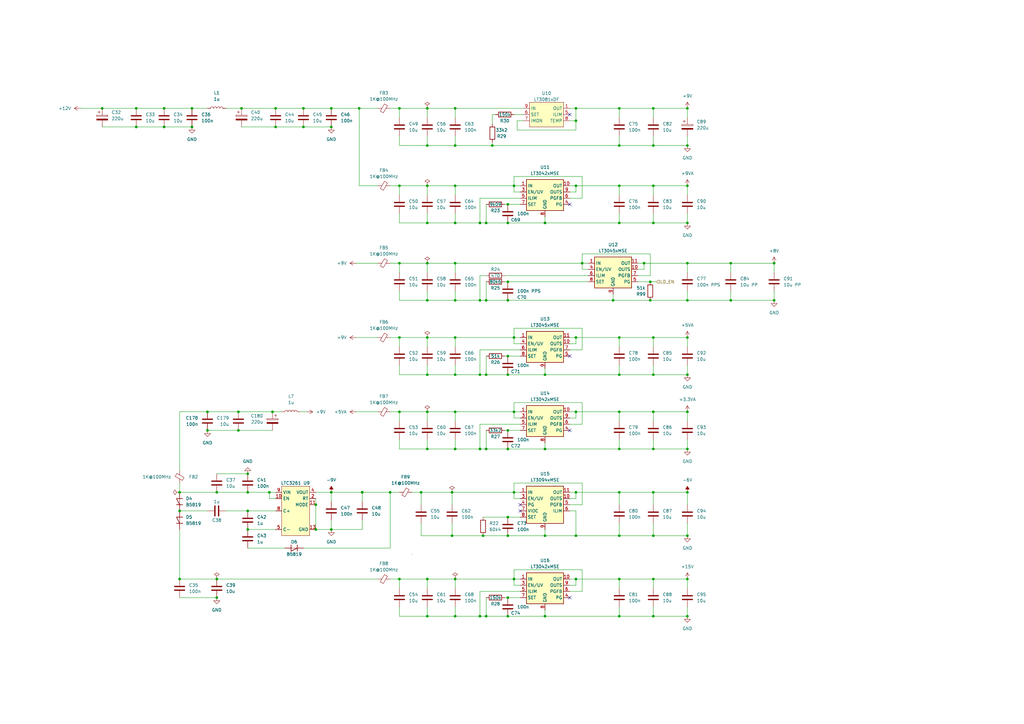
<source format=kicad_sch>
(kicad_sch (version 20211123) (generator eeschema)
  (paper "A3")
  (title_block (title "Kirdy") (date "2022-07-03") (rev "r0.1") (company "M-Labs") (comment 1 "Alex Wong Tat Hang"))
  (junction (at 175.26 237.49))
  (junction (at 223.52 184.15))
  (junction (at 236.22 76.2))
  (junction (at 238.76 107.95))
  (junction (at 210.82 201.93))
  (junction (at 78.74 44.45))
  (junction (at 210.82 76.2))
  (junction (at 236.22 168.91))
  (junction (at 185.42 219.71))
  (junction (at 101.6 217.17))
  (junction (at 254 184.15))
  (junction (at 208.28 245.11))
  (junction (at 185.42 201.93))
  (junction (at 208.28 176.53))
  (junction (at 135.89 217.17))
  (junction (at 147.32 44.45))
  (junction (at 210.82 138.43))
  (junction (at 254 91.44))
  (junction (at 266.7 115.57))
  (junction (at 148.556 201.93))
  (junction (at 236.22 49.53))
  (junction (at 208.28 252.73))
  (junction (at 196.85 184.15))
  (junction (at 266.7 123.19))
  (junction (at 88.9 237.49))
  (junction (at 199.39 252.73))
  (junction (at 186.69 138.43))
  (junction (at 208.28 184.15))
  (junction (at 78.74 52.07))
  (junction (at 254 44.45))
  (junction (at 267.97 76.2))
  (junction (at 199.39 153.67))
  (junction (at 254 237.49))
  (junction (at 111.76 168.91))
  (junction (at 163.83 76.2))
  (junction (at 317.5 107.95))
  (junction (at 99.06 44.45))
  (junction (at 67.31 52.07))
  (junction (at 175.26 59.69))
  (junction (at 267.97 201.93))
  (junction (at 113.03 52.07))
  (junction (at 175.26 153.67))
  (junction (at 175.26 91.44))
  (junction (at 41.91 44.45))
  (junction (at 281.94 138.43))
  (junction (at 267.97 138.43))
  (junction (at 175.26 107.95))
  (junction (at 85.09 168.91))
  (junction (at 196.85 91.44))
  (junction (at 199.39 123.19))
  (junction (at 267.97 252.73))
  (junction (at 281.94 237.49))
  (junction (at 186.69 252.73))
  (junction (at 208.28 123.19))
  (junction (at 254 219.71))
  (junction (at 97.79 168.91))
  (junction (at 148.59 201.93))
  (junction (at 223.52 153.67))
  (junction (at 223.52 91.44))
  (junction (at 236.22 44.45))
  (junction (at 101.6 209.55))
  (junction (at 281.94 76.2))
  (junction (at 281.94 201.93))
  (junction (at 281.94 168.91))
  (junction (at 186.69 107.95))
  (junction (at 317.5 123.19))
  (junction (at 281.94 44.45))
  (junction (at 186.69 237.49))
  (junction (at 186.69 184.15))
  (junction (at 163.83 168.91))
  (junction (at 236.22 219.71))
  (junction (at 254 168.91))
  (junction (at 281.94 252.73))
  (junction (at 251.46 123.19))
  (junction (at 186.69 76.2))
  (junction (at 198.12 219.71))
  (junction (at 281.94 184.15))
  (junction (at 267.97 44.45))
  (junction (at 135.89 201.93))
  (junction (at 186.69 91.44))
  (junction (at 267.97 168.91))
  (junction (at 175.26 168.91))
  (junction (at 281.94 219.71))
  (junction (at 160.02 201.93))
  (junction (at 186.69 59.69))
  (junction (at 208.28 83.82))
  (junction (at 135.89 52.07))
  (junction (at 236.22 201.93))
  (junction (at 113.03 44.45))
  (junction (at 254 153.67))
  (junction (at 254 138.43))
  (junction (at 210.82 168.91))
  (junction (at 281.94 91.44))
  (junction (at 254 59.69))
  (junction (at 267.97 184.15))
  (junction (at 299.72 123.19))
  (junction (at 254 76.2))
  (junction (at 101.6 201.93))
  (junction (at 163.83 138.43))
  (junction (at 186.69 123.19))
  (junction (at 175.26 252.73))
  (junction (at 135.89 44.45))
  (junction (at 196.85 123.19))
  (junction (at 208.28 91.44))
  (junction (at 172.72 201.93))
  (junction (at 208.28 153.67))
  (junction (at 73.66 209.55))
  (junction (at 201.93 59.69))
  (junction (at 267.97 237.49))
  (junction (at 208.28 212.09))
  (junction (at 196.85 252.73))
  (junction (at 124.46 52.07))
  (junction (at 175.26 184.15))
  (junction (at 163.83 107.95))
  (junction (at 186.69 153.67))
  (junction (at 88.9 201.93))
  (junction (at 254 201.93))
  (junction (at 85.09 176.53))
  (junction (at 110.49 201.93))
  (junction (at 208.28 115.57))
  (junction (at 264.16 107.95))
  (junction (at 267.97 219.71))
  (junction (at 208.28 146.05))
  (junction (at 223.52 252.73))
  (junction (at 73.66 201.93))
  (junction (at 175.26 123.19))
  (junction (at 281.94 59.69))
  (junction (at 97.79 176.53))
  (junction (at 267.97 59.69))
  (junction (at 55.88 52.07))
  (junction (at 236.22 237.49))
  (junction (at 281.94 153.67))
  (junction (at 223.52 219.71))
  (junction (at 208.28 219.71))
  (junction (at 299.72 107.95))
  (junction (at 175.26 76.2))
  (junction (at 175.26 138.43))
  (junction (at 163.83 44.45))
  (junction (at 199.39 184.15))
  (junction (at 101.6 194.31))
  (junction (at 88.9 245.11))
  (junction (at 267.97 91.44))
  (junction (at 281.94 123.19))
  (junction (at 175.26 44.45))
  (junction (at 210.82 237.49))
  (junction (at 254 252.73))
  (junction (at 73.66 237.49))
  (junction (at 163.83 237.49))
  (junction (at 186.69 168.91))
  (junction (at 129.54 207.01))
  (junction (at 67.31 44.45))
  (junction (at 267.97 153.67))
  (junction (at 124.46 44.45))
  (junction (at 55.88 44.45))
  (junction (at 186.69 44.45))
  (junction (at 281.94 107.95))
  (junction (at 129.54 217.17))
  (junction (at 236.22 138.43))
  (junction (at 199.39 91.44))
  (junction (at 196.85 153.67))
  (no_connect (at 233.68 176.53))
  (no_connect (at 233.68 245.11))
  (no_connect (at 233.68 46.99))
  (no_connect (at 213.36 209.55))
  (no_connect (at 213.36 207.01))
  (no_connect (at 233.68 83.82))
  (no_connect (at 233.68 146.05))
  (wire (pts (xy 88.9 201.93) (xy 101.6 201.93)))
  (wire (pts (xy 207.01 176.53) (xy 208.28 176.53)))
  (wire (pts (xy 267.97 214.63) (xy 267.97 219.71)))
  (wire (pts (xy 267.97 153.67) (xy 267.97 149.86)))
  (wire (pts (xy 196.85 81.28) (xy 196.85 91.44)))
  (wire (pts (xy 175.26 241.3) (xy 175.26 237.49)))
  (wire (pts (xy 160.02 237.49) (xy 163.83 237.49)))
  (wire (pts (xy 254 237.49) (xy 254 241.3)))
  (wire (pts (xy 233.68 140.97) (xy 236.22 140.97)))
  (wire (pts (xy 148.59 201.93) (xy 148.59 205.74)))
  (wire (pts (xy 281.94 252.73) (xy 281.94 248.92)))
  (wire (pts (xy 281.94 107.95) (xy 281.94 111.76)))
  (wire (pts (xy 135.89 213.36) (xy 135.89 217.17)))
  (wire (pts (xy 163.83 252.73) (xy 163.83 248.92)))
  (wire (pts (xy 208.28 176.53) (xy 213.36 176.53)))
  (wire (pts (xy 124.46 44.45) (xy 135.89 44.45)))
  (wire (pts (xy 135.89 217.17) (xy 129.54 217.17)))
  (wire (pts (xy 201.93 58.42) (xy 201.93 59.69)))
  (wire (pts (xy 196.85 91.44) (xy 199.39 91.44)))
  (wire (pts (xy 299.72 107.95) (xy 299.72 111.76)))
  (wire (pts (xy 267.97 252.73) (xy 281.94 252.73)))
  (wire (pts (xy 160.02 107.95) (xy 163.83 107.95)))
  (wire (pts (xy 186.69 172.72) (xy 186.69 168.91)))
  (wire (pts (xy 196.85 113.03) (xy 199.39 113.03)))
  (wire (pts (xy 236.22 219.71) (xy 223.52 219.71)))
  (wire (pts (xy 175.26 123.19) (xy 186.69 123.19)))
  (wire (pts (xy 175.26 252.73) (xy 175.26 248.92)))
  (wire (pts (xy 186.69 123.19) (xy 196.85 123.19)))
  (wire (pts (xy 185.42 219.71) (xy 198.12 219.71)))
  (wire (pts (xy 201.93 50.8) (xy 201.93 46.99)))
  (wire (pts (xy 267.97 153.67) (xy 281.94 153.67)))
  (wire (pts (xy 85.09 176.53) (xy 97.79 176.53)))
  (wire (pts (xy 207.01 115.57) (xy 208.28 115.57)))
  (wire (pts (xy 175.26 123.19) (xy 175.26 119.38)))
  (wire (pts (xy 210.82 76.2) (xy 213.36 76.2)))
  (wire (pts (xy 85.09 168.91) (xy 97.79 168.91)))
  (wire (pts (xy 163.83 59.69) (xy 175.26 59.69)))
  (wire (pts (xy 210.82 237.49) (xy 213.36 237.49)))
  (wire (pts (xy 254 219.71) (xy 254 214.63)))
  (wire (pts (xy 199.39 184.15) (xy 208.28 184.15)))
  (wire (pts (xy 129.54 201.93) (xy 135.89 201.93)))
  (wire (pts (xy 175.26 142.24) (xy 175.26 138.43)))
  (wire (pts (xy 199.39 252.73) (xy 208.28 252.73)))
  (wire (pts (xy 186.69 80.01) (xy 186.69 76.2)))
  (wire (pts (xy 199.39 245.11) (xy 199.39 252.73)))
  (wire (pts (xy 172.72 214.63) (xy 172.72 219.71)))
  (wire (pts (xy 92.71 209.55) (xy 101.6 209.55)))
  (wire (pts (xy 186.69 107.95) (xy 238.76 107.95)))
  (wire (pts (xy 208.28 184.15) (xy 223.52 184.15)))
  (wire (pts (xy 175.26 184.15) (xy 186.69 184.15)))
  (wire (pts (xy 208.28 91.44) (xy 223.52 91.44)))
  (wire (pts (xy 213.36 204.47) (xy 210.82 204.47)))
  (wire (pts (xy 135.89 44.45) (xy 147.32 44.45)))
  (wire (pts (xy 254 219.71) (xy 267.97 219.71)))
  (wire (pts (xy 208.28 115.57) (xy 241.3 115.57)))
  (wire (pts (xy 163.83 252.73) (xy 175.26 252.73)))
  (wire (pts (xy 185.42 201.93) (xy 210.82 201.93)))
  (wire (pts (xy 186.69 168.91) (xy 210.82 168.91)))
  (wire (pts (xy 199.39 115.57) (xy 199.39 123.19)))
  (wire (pts (xy 175.26 76.2) (xy 186.69 76.2)))
  (wire (pts (xy 186.69 91.44) (xy 186.69 87.63)))
  (wire (pts (xy 199.39 146.05) (xy 199.39 153.67)))
  (wire (pts (xy 254 153.67) (xy 254 149.86)))
  (wire (pts (xy 238.76 134.62) (xy 210.82 134.62)))
  (wire (pts (xy 199.39 153.67) (xy 208.28 153.67)))
  (wire (pts (xy 172.72 219.71) (xy 185.42 219.71)))
  (wire (pts (xy 223.52 91.44) (xy 254 91.44)))
  (wire (pts (xy 236.22 240.03) (xy 236.22 237.49)))
  (wire (pts (xy 101.6 224.79) (xy 116.84 224.79)))
  (wire (pts (xy 198.12 219.71) (xy 208.28 219.71)))
  (wire (pts (xy 254 184.15) (xy 254 180.34)))
  (wire (pts (xy 210.82 140.97) (xy 210.82 138.43)))
  (wire (pts (xy 55.88 52.07) (xy 67.31 52.07)))
  (wire (pts (xy 196.85 81.28) (xy 213.36 81.28)))
  (wire (pts (xy 148.556 201.93) (xy 148.59 201.93)))
  (wire (pts (xy 267.97 59.69) (xy 254 59.69)))
  (wire (pts (xy 212.09 49.53) (xy 214.63 49.53)))
  (wire (pts (xy 241.3 110.49) (xy 238.76 110.49)))
  (wire (pts (xy 281.94 107.95) (xy 299.72 107.95)))
  (wire (pts (xy 267.97 91.44) (xy 267.97 87.63)))
  (wire (pts (xy 223.52 250.19) (xy 223.52 252.73)))
  (wire (pts (xy 281.94 123.19) (xy 281.94 119.38)))
  (wire (pts (xy 254 201.93) (xy 267.97 201.93)))
  (wire (pts (xy 186.69 44.45) (xy 214.63 44.45)))
  (wire (pts (xy 196.85 173.99) (xy 213.36 173.99)))
  (wire (pts (xy 175.26 184.15) (xy 175.26 180.34)))
  (wire (pts (xy 261.62 113.03) (xy 266.7 113.03)))
  (wire (pts (xy 238.76 107.95) (xy 241.3 107.95)))
  (wire (pts (xy 186.69 241.3) (xy 186.69 237.49)))
  (wire (pts (xy 254 237.49) (xy 267.97 237.49)))
  (wire (pts (xy 146.05 168.91) (xy 154.94 168.91)))
  (wire (pts (xy 236.22 237.49) (xy 254 237.49)))
  (wire (pts (xy 210.82 201.93) (xy 213.36 201.93)))
  (wire (pts (xy 236.22 44.45) (xy 236.22 49.53)))
  (wire (pts (xy 207.01 245.11) (xy 208.28 245.11)))
  (wire (pts (xy 210.82 78.74) (xy 210.82 76.2)))
  (wire (pts (xy 196.85 252.73) (xy 199.39 252.73)))
  (wire (pts (xy 186.69 153.67) (xy 196.85 153.67)))
  (wire (pts (xy 236.22 219.71) (xy 254 219.71)))
  (wire (pts (xy 210.82 138.43) (xy 213.36 138.43)))
  (wire (pts (xy 73.66 198.12) (xy 73.66 201.93)))
  (wire (pts (xy 238.76 173.99) (xy 238.76 165.1)))
  (wire (pts (xy 175.26 172.72) (xy 175.26 168.91)))
  (wire (pts (xy 113.03 52.07) (xy 124.46 52.07)))
  (wire (pts (xy 73.66 237.49) (xy 73.66 217.17)))
  (wire (pts (xy 238.76 165.1) (xy 210.82 165.1)))
  (wire (pts (xy 208.28 123.19) (xy 251.46 123.19)))
  (wire (pts (xy 113.03 44.45) (xy 124.46 44.45)))
  (wire (pts (xy 281.94 76.2) (xy 281.94 80.01)))
  (wire (pts (xy 163.83 172.72) (xy 163.83 168.91)))
  (wire (pts (xy 281.94 184.15) (xy 281.94 180.34)))
  (wire (pts (xy 201.93 46.99) (xy 203.2 46.99)))
  (wire (pts (xy 266.7 104.14) (xy 238.76 104.14)))
  (wire (pts (xy 210.82 240.03) (xy 210.82 237.49)))
  (wire (pts (xy 281.94 168.91) (xy 281.94 172.72)))
  (wire (pts (xy 163.83 107.95) (xy 175.26 107.95)))
  (wire (pts (xy 233.68 143.51) (xy 238.76 143.51)))
  (wire (pts (xy 261.62 115.57) (xy 266.7 115.57)))
  (wire (pts (xy 254 48.26) (xy 254 44.45)))
  (wire (pts (xy 196.85 113.03) (xy 196.85 123.19)))
  (wire (pts (xy 236.22 201.93) (xy 254 201.93)))
  (wire (pts (xy 73.66 237.49) (xy 88.9 237.49)))
  (wire (pts (xy 175.26 168.91) (xy 186.69 168.91)))
  (wire (pts (xy 233.68 240.03) (xy 236.22 240.03)))
  (wire (pts (xy 201.93 59.69) (xy 254 59.69)))
  (wire (pts (xy 175.26 44.45) (xy 186.69 44.45)))
  (wire (pts (xy 160.02 44.45) (xy 163.83 44.45)))
  (wire (pts (xy 124.46 52.07) (xy 135.89 52.07)))
  (wire (pts (xy 236.22 138.43) (xy 254 138.43)))
  (wire (pts (xy 110.49 201.93) (xy 113.03 201.93)))
  (wire (pts (xy 233.68 173.99) (xy 238.76 173.99)))
  (wire (pts (xy 210.82 134.62) (xy 210.82 138.43)))
  (wire (pts (xy 267.97 76.2) (xy 267.97 80.01)))
  (wire (pts (xy 267.97 138.43) (xy 281.94 138.43)))
  (wire (pts (xy 254 44.45) (xy 267.97 44.45)))
  (wire (pts (xy 254 91.44) (xy 267.97 91.44)))
  (wire (pts (xy 299.72 123.19) (xy 299.72 119.38)))
  (wire (pts (xy 266.7 113.03) (xy 266.7 104.14)))
  (wire (pts (xy 223.52 151.13) (xy 223.52 153.67)))
  (wire (pts (xy 233.68 138.43) (xy 236.22 138.43)))
  (wire (pts (xy 163.83 59.69) (xy 163.83 55.88)))
  (wire (pts (xy 233.68 81.28) (xy 238.76 81.28)))
  (wire (pts (xy 196.85 153.67) (xy 199.39 153.67)))
  (wire (pts (xy 163.83 123.19) (xy 175.26 123.19)))
  (wire (pts (xy 223.52 181.61) (xy 223.52 184.15)))
  (wire (pts (xy 113.03 204.47) (xy 110.49 204.47)))
  (wire (pts (xy 73.66 245.11) (xy 88.9 245.11)))
  (wire (pts (xy 186.69 59.69) (xy 201.93 59.69)))
  (wire (pts (xy 186.69 153.67) (xy 186.69 149.86)))
  (wire (pts (xy 186.69 123.19) (xy 186.69 119.38)))
  (wire (pts (xy 233.68 76.2) (xy 236.22 76.2)))
  (wire (pts (xy 185.42 214.63) (xy 185.42 219.71)))
  (wire (pts (xy 208.28 252.73) (xy 223.52 252.73)))
  (wire (pts (xy 175.26 252.73) (xy 186.69 252.73)))
  (wire (pts (xy 168.91 201.93) (xy 172.72 201.93)))
  (wire (pts (xy 186.69 48.26) (xy 186.69 44.45)))
  (wire (pts (xy 135.89 201.93) (xy 148.556 201.93)))
  (wire (pts (xy 115.57 168.91) (xy 111.76 168.91)))
  (wire (pts (xy 123.19 168.91) (xy 125.73 168.91)))
  (wire (pts (xy 267.97 44.45) (xy 281.94 44.45)))
  (wire (pts (xy 199.39 176.53) (xy 199.39 184.15)))
  (wire (pts (xy 254 168.91) (xy 254 172.72)))
  (wire (pts (xy 254 201.93) (xy 254 207.01)))
  (wire (pts (xy 185.42 201.93) (xy 185.42 207.01)))
  (wire (pts (xy 135.89 201.93) (xy 135.89 205.74)))
  (wire (pts (xy 213.36 78.74) (xy 210.82 78.74)))
  (wire (pts (xy 267.97 48.26) (xy 267.97 44.45)))
  (wire (pts (xy 163.83 237.49) (xy 175.26 237.49)))
  (wire (pts (xy 196.85 143.51) (xy 213.36 143.51)))
  (wire (pts (xy 186.69 252.73) (xy 186.69 248.92)))
  (wire (pts (xy 175.26 153.67) (xy 175.26 149.86)))
  (wire (pts (xy 233.68 168.91) (xy 236.22 168.91)))
  (wire (pts (xy 212.09 49.53) (xy 212.09 53.34)))
  (wire (pts (xy 186.69 138.43) (xy 210.82 138.43)))
  (wire (pts (xy 266.7 115.57) (xy 269.24 115.57)))
  (wire (pts (xy 236.22 49.53) (xy 233.68 49.53)))
  (wire (pts (xy 281.94 123.19) (xy 299.72 123.19)))
  (wire (pts (xy 233.68 171.45) (xy 236.22 171.45)))
  (wire (pts (xy 254 91.44) (xy 254 87.63)))
  (wire (pts (xy 238.76 81.28) (xy 238.76 72.39)))
  (wire (pts (xy 213.36 240.03) (xy 210.82 240.03)))
  (wire (pts (xy 236.22 209.55) (xy 236.22 219.71)))
  (wire (pts (xy 163.83 80.01) (xy 163.83 76.2)))
  (wire (pts (xy 251.46 123.19) (xy 266.7 123.19)))
  (wire (pts (xy 254 153.67) (xy 267.97 153.67)))
  (wire (pts (xy 101.6 217.17) (xy 113.03 217.17)))
  (wire (pts (xy 163.83 241.3) (xy 163.83 237.49)))
  (wire (pts (xy 233.68 242.57) (xy 238.76 242.57)))
  (wire (pts (xy 236.22 168.91) (xy 254 168.91)))
  (wire (pts (xy 223.52 219.71) (xy 223.52 217.17)))
  (wire (pts (xy 160.02 224.79) (xy 160.02 201.93)))
  (wire (pts (xy 163.83 48.26) (xy 163.83 44.45)))
  (wire (pts (xy 236.22 53.34) (xy 236.22 49.53)))
  (wire (pts (xy 78.74 44.45) (xy 85.09 44.45)))
  (wire (pts (xy 267.97 201.93) (xy 281.94 201.93)))
  (wire (pts (xy 148.59 217.17) (xy 135.89 217.17)))
  (wire (pts (xy 92.71 44.45) (xy 99.06 44.45)))
  (wire (pts (xy 281.94 44.45) (xy 281.94 48.26)))
  (wire (pts (xy 175.26 48.26) (xy 175.26 44.45)))
  (wire (pts (xy 163.83 153.67) (xy 175.26 153.67)))
  (wire (pts (xy 175.26 153.67) (xy 186.69 153.67)))
  (wire (pts (xy 160.02 201.93) (xy 163.83 201.93)))
  (wire (pts (xy 267.97 237.49) (xy 281.94 237.49)))
  (wire (pts (xy 175.26 111.76) (xy 175.26 107.95)))
  (wire (pts (xy 110.49 204.47) (xy 110.49 201.93)))
  (wire (pts (xy 175.26 59.69) (xy 175.26 55.88)))
  (wire (pts (xy 210.82 168.91) (xy 213.36 168.91)))
  (wire (pts (xy 267.97 201.93) (xy 267.97 207.01)))
  (wire (pts (xy 198.12 212.09) (xy 208.28 212.09)))
  (wire (pts (xy 254 252.73) (xy 254 248.92)))
  (wire (pts (xy 233.68 78.74) (xy 236.22 78.74)))
  (wire (pts (xy 172.72 201.93) (xy 172.72 207.01)))
  (wire (pts (xy 238.76 110.49) (xy 238.76 107.95)))
  (wire (pts (xy 33.02 44.45) (xy 41.91 44.45)))
  (wire (pts (xy 238.76 72.39) (xy 210.82 72.39)))
  (wire (pts (xy 199.39 123.19) (xy 208.28 123.19)))
  (wire (pts (xy 254 252.73) (xy 267.97 252.73)))
  (wire (pts (xy 264.16 107.95) (xy 281.94 107.95)))
  (wire (pts (xy 236.22 140.97) (xy 236.22 138.43)))
  (wire (pts (xy 129.54 207.01) (xy 129.54 217.17)))
  (wire (pts (xy 267.97 252.73) (xy 267.97 248.92)))
  (wire (pts (xy 261.62 110.49) (xy 264.16 110.49)))
  (wire (pts (xy 41.91 44.45) (xy 55.88 44.45)))
  (wire (pts (xy 186.69 59.69) (xy 186.69 55.88)))
  (wire (pts (xy 163.83 76.2) (xy 175.26 76.2)))
  (wire (pts (xy 154.94 76.2) (xy 147.32 76.2)))
  (wire (pts (xy 254 55.88) (xy 254 59.69)))
  (wire (pts (xy 163.83 153.67) (xy 163.83 149.86)))
  (wire (pts (xy 299.72 123.19) (xy 317.5 123.19)))
  (wire (pts (xy 175.26 107.95) (xy 186.69 107.95)))
  (wire (pts (xy 196.85 242.57) (xy 196.85 252.73)))
  (wire (pts (xy 267.97 91.44) (xy 281.94 91.44)))
  (wire (pts (xy 73.66 209.55) (xy 85.09 209.55)))
  (wire (pts (xy 186.69 237.49) (xy 210.82 237.49)))
  (wire (pts (xy 101.6 201.93) (xy 110.49 201.93)))
  (wire (pts (xy 99.06 44.45) (xy 113.03 44.45)))
  (wire (pts (xy 186.69 184.15) (xy 186.69 180.34)))
  (wire (pts (xy 264.16 110.49) (xy 264.16 107.95)))
  (wire (pts (xy 73.66 168.91) (xy 73.66 193.04)))
  (wire (pts (xy 210.82 46.99) (xy 214.63 46.99)))
  (wire (pts (xy 147.32 44.45) (xy 147.32 76.2)))
  (wire (pts (xy 146.05 107.95) (xy 154.94 107.95)))
  (wire (pts (xy 175.26 91.44) (xy 186.69 91.44)))
  (wire (pts (xy 261.62 107.95) (xy 264.16 107.95)))
  (wire (pts (xy 210.82 72.39) (xy 210.82 76.2)))
  (wire (pts (xy 254 76.2) (xy 267.97 76.2)))
  (wire (pts (xy 233.68 237.49) (xy 236.22 237.49)))
  (wire (pts (xy 196.85 123.19) (xy 199.39 123.19)))
  (wire (pts (xy 238.76 198.12) (xy 210.82 198.12)))
  (wire (pts (xy 233.68 44.45) (xy 236.22 44.45)))
  (wire (pts (xy 146.05 138.43) (xy 154.94 138.43)))
  (wire (pts (xy 196.85 143.51) (xy 196.85 153.67)))
  (wire (pts (xy 281.94 91.44) (xy 281.94 87.63)))
  (wire (pts (xy 41.91 52.07) (xy 55.88 52.07)))
  (wire (pts (xy 196.85 173.99) (xy 196.85 184.15)))
  (wire (pts (xy 281.94 138.43) (xy 281.94 142.24)))
  (wire (pts (xy 281.94 153.67) (xy 281.94 149.86)))
  (wire (pts (xy 233.68 204.47) (xy 236.22 204.47)))
  (wire (pts (xy 199.39 91.44) (xy 208.28 91.44)))
  (wire (pts (xy 238.76 207.01) (xy 238.76 198.12)))
  (wire (pts (xy 163.83 168.91) (xy 175.26 168.91)))
  (wire (pts (xy 236.22 78.74) (xy 236.22 76.2)))
  (wire (pts (xy 207.01 146.05) (xy 208.28 146.05)))
  (wire (pts (xy 196.85 184.15) (xy 199.39 184.15)))
  (wire (pts (xy 212.09 53.34) (xy 236.22 53.34)))
  (wire (pts (xy 196.85 242.57) (xy 213.36 242.57)))
  (wire (pts (xy 208.28 153.67) (xy 223.52 153.67)))
  (wire (pts (xy 210.82 171.45) (xy 210.82 168.91)))
  (wire (pts (xy 186.69 76.2) (xy 210.82 76.2)))
  (wire (pts (xy 210.82 198.12) (xy 210.82 201.93)))
  (wire (pts (xy 147.32 44.45) (xy 154.94 44.45)))
  (wire (pts (xy 213.36 140.97) (xy 210.82 140.97)))
  (wire (pts (xy 238.76 242.57) (xy 238.76 233.68)))
  (wire (pts (xy 88.9 194.31) (xy 101.6 194.31)))
  (wire (pts (xy 317.5 123.19) (xy 317.5 119.38)))
  (wire (pts (xy 267.97 168.91) (xy 267.97 172.72)))
  (wire (pts (xy 267.97 76.2) (xy 281.94 76.2)))
  (wire (pts (xy 186.69 142.24) (xy 186.69 138.43)))
  (wire (pts (xy 281.94 55.88) (xy 281.94 59.69)))
  (wire (pts (xy 67.31 52.07) (xy 78.74 52.07)))
  (wire (pts (xy 210.82 204.47) (xy 210.82 201.93)))
  (wire (pts (xy 238.76 233.68) (xy 210.82 233.68)))
  (wire (pts (xy 254 138.43) (xy 267.97 138.43)))
  (wire (pts (xy 251.46 120.65) (xy 251.46 123.19)))
  (wire (pts (xy 267.97 219.71) (xy 281.94 219.71)))
  (wire (pts (xy 208.28 245.11) (xy 213.36 245.11)))
  (wire (pts (xy 223.52 88.9) (xy 223.52 91.44)))
  (wire (pts (xy 73.66 168.91) (xy 85.09 168.91)))
  (wire (pts (xy 267.97 237.49) (xy 267.97 241.3)))
  (wire (pts (xy 254 184.15) (xy 267.97 184.15)))
  (wire (pts (xy 236.22 171.45) (xy 236.22 168.91)))
  (wire (pts (xy 210.82 233.68) (xy 210.82 237.49)))
  (wire (pts (xy 163.83 111.76) (xy 163.83 107.95)))
  (wire (pts (xy 55.88 44.45) (xy 67.31 44.45)))
  (wire (pts (xy 199.39 83.82) (xy 199.39 91.44)))
  (wire (pts (xy 160.02 168.91) (xy 163.83 168.91)))
  (wire (pts (xy 124.46 224.79) (xy 160.02 224.79)))
  (wire (pts (xy 254 138.43) (xy 254 142.24)))
  (wire (pts (xy 208.28 212.09) (xy 213.36 212.09)))
  (wire (pts (xy 210.82 165.1) (xy 210.82 168.91)))
  (wire (pts (xy 299.72 107.95) (xy 317.5 107.95)))
  (wire (pts (xy 160.02 76.2) (xy 163.83 76.2)))
  (wire (pts (xy 163.83 123.19) (xy 163.83 119.38)))
  (wire (pts (xy 67.31 44.45) (xy 78.74 44.45)))
  (wire (pts (xy 175.26 59.69) (xy 186.69 59.69)))
  (wire (pts (xy 163.83 184.15) (xy 175.26 184.15)))
  (wire (pts (xy 208.28 146.05) (xy 213.36 146.05)))
  (wire (pts (xy 175.26 237.49) (xy 186.69 237.49)))
  (wire (pts (xy 254 168.91) (xy 267.97 168.91)))
  (wire (pts (xy 111.76 168.91) (xy 97.79 168.91)))
  (wire (pts (xy 186.69 111.76) (xy 186.69 107.95)))
  (wire (pts (xy 160.02 201.93) (xy 148.59 201.93)))
  (wire (pts (xy 172.72 201.93) (xy 185.42 201.93)))
  (wire (pts (xy 175.26 91.44) (xy 175.26 87.63)))
  (wire (pts (xy 281.94 201.93) (xy 281.94 207.01)))
  (wire (pts (xy 99.06 52.07) (xy 113.03 52.07)))
  (wire (pts (xy 101.6 209.55) (xy 113.03 209.55)))
  (wire (pts (xy 223.52 153.67) (xy 254 153.67)))
  (wire (pts (xy 238.76 143.51) (xy 238.76 134.62)))
  (wire (pts (xy 73.66 201.93) (xy 88.9 201.93)))
  (wire (pts (xy 175.26 138.43) (xy 186.69 138.43)))
  (wire (pts (xy 267.97 168.91) (xy 281.94 168.91)))
  (wire (pts (xy 233.68 207.01) (xy 238.76 207.01)))
  (wire (pts (xy 163.83 91.44) (xy 175.26 91.44)))
  (wire (pts (xy 236.22 76.2) (xy 254 76.2)))
  (wire (pts (xy 236.22 204.47) (xy 236.22 201.93)))
  (wire (pts (xy 236.22 44.45) (xy 254 44.45)))
  (wire (pts (xy 160.02 138.43) (xy 163.83 138.43)))
  (wire (pts (xy 208.28 219.71) (xy 223.52 219.71)))
  (wire (pts (xy 236.22 209.55) (xy 233.68 209.55)))
  (wire (pts (xy 111.76 176.53) (xy 97.79 176.53)))
  (wire (pts (xy 186.69 184.15) (xy 196.85 184.15)))
  (wire (pts (xy 267.97 184.15) (xy 267.97 180.34)))
  (wire (pts (xy 207.01 83.82) (xy 208.28 83.82)))
  (wire (pts (xy 267.97 138.43) (xy 267.97 142.24)))
  (wire (pts (xy 213.36 171.45) (xy 210.82 171.45)))
  (wire (pts (xy 233.68 201.93) (xy 236.22 201.93)))
  (wire (pts (xy 254 76.2) (xy 254 80.01)))
  (wire (pts (xy 266.7 123.19) (xy 281.94 123.19)))
  (wire (pts (xy 163.83 44.45) (xy 175.26 44.45)))
  (wire (pts (xy 223.52 184.15) (xy 254 184.15)))
  (wire (pts (xy 163.83 138.43) (xy 175.26 138.43)))
  (wire (pts (xy 208.28 83.82) (xy 213.36 83.82)))
  (wire (pts (xy 186.69 91.44) (xy 196.85 91.44)))
  (wire (pts (xy 163.83 91.44) (xy 163.83 87.63)))
  (wire (pts (xy 317.5 107.95) (xy 317.5 111.76)))
  (wire (pts (xy 281.94 237.49) (xy 281.94 241.3)))
  (wire (pts (xy 148.59 213.36) (xy 148.59 217.17)))
  (wire (pts (xy 267.97 55.88) (xy 267.97 59.69)))
  (wire (pts (xy 129.54 204.47) (xy 129.54 207.01)))
  (wire (pts (xy 267.97 59.69) (xy 281.94 59.69)))
  (wire (pts (xy 223.52 252.73) (xy 254 252.73)))
  (wire (pts (xy 186.69 252.73) (xy 196.85 252.73)))
  (wire (pts (xy 267.97 184.15) (xy 281.94 184.15)))
  (wire (pts (xy 238.76 104.14) (xy 238.76 107.95)))
  (wire (pts (xy 281.94 214.63) (xy 281.94 219.71)))
  (wire (pts (xy 175.26 80.01) (xy 175.26 76.2)))
  (wire (pts (xy 163.83 184.15) (xy 163.83 180.34)))
  (wire (pts (xy 88.9 237.49) (xy 154.94 237.49)))
  (wire (pts (xy 207.01 113.03) (xy 241.3 113.03)))
  (wire (pts (xy 163.83 142.24) (xy 163.83 138.43)))
  (hierarchical_label "LD_EN" (shape input) (at 269.24 115.57 0))
  (symbol (lib_id "Device:R") (at 198.12 215.9 0) (unit 1)
    (property "Reference" "R22" (at 200.66 214.6299 0) (effects (justify left)))
    (property "Value" "60k4" (at 200.66 217.1699 0) (effects (justify left)))
    (property "Footprint" "Resistor_SMD:R_0603_1608Metric" (effects hide))
    (property "MFR_PN" "RT0603FRE0760K4L" (effects hide))
    (property "MFR_PN_ALT" "RC0603FR-0760K4L" (effects hide))
  )
  (symbol (lib_id "Device:C") (at 85.09 172.72 0) (mirror y) (unit 1)
    (property "Reference" "C178" (at 81.28 171.4499 0) (effects (justify left)))
    (property "Value" "100n" (at 81.28 173.9899 0) (effects (justify left)))
    (property "Footprint" "Capacitor_SMD:C_0603_1608Metric" (effects hide))
    (property "MFR_PN" "CL10B104KB8NNWC" (effects hide))
    (property "MFR_PN_ALT" "CL10B104KB8NNNL" (effects hide))
  )
  (symbol (lib_id "Device:C") (at 254 83.82 0) (unit 1)
    (property "Reference" "C76" (at 257.81 82.5499 0) (effects (justify left)))
    (property "Value" "100n" (at 257.81 85.0899 0) (effects (justify left)))
    (property "Footprint" "Capacitor_SMD:C_0603_1608Metric" (effects hide))
    (property "MFR_PN" "CL10B104KB8NNWC" (effects hide))
    (property "MFR_PN_ALT" "CL10B104KB8NNNL" (effects hide))
  )
  (symbol (lib_id "power:+5VA") (at 281.94 138.43 0) (unit 1)
    (property "Reference" "#PWR074" (effects hide))
    (property "Value" "+5VA" (at 281.94 133.35 0))
  )
  (symbol (lib_id "Device:C") (at 101.6 213.36 0) (unit 1)
    (property "Reference" "C42" (at 105.41 212.0899 0) (effects (justify left)))
    (property "Value" "1u" (at 105.41 214.6299 0) (effects (justify left)))
    (property "Footprint" "Capacitor_SMD:C_0603_1608Metric" (effects hide))
    (property "MFR_PN" "CL10B105KA8NNNC" (effects hide))
    (property "MFR_PN_ALT" "CGA3E1X7R1E105K080AC" (effects hide))
  )
  (symbol (lib_id "power:PWR_FLAG") (at 175.26 76.2 0) (unit 1)
    (property "Reference" "#FLG0106" (effects hide))
    (property "Value" "PWR_FLAG" (effects hide))
  )
  (symbol (lib_id "Device:C") (at 148.59 209.55 0) (unit 1)
    (property "Reference" "C48" (at 152.4 208.2799 0) (effects (justify left)))
    (property "Value" "10u" (at 152.4 210.8199 0) (effects (justify left)))
    (property "Footprint" "Capacitor_SMD:C_0805_2012Metric" (effects hide))
    (property "MFR_PN" "CL21B106KOQNNNG" (effects hide))
    (property "MFR_PN_ALT" "CL21B106KOQNNNE" (effects hide))
  )
  (symbol (lib_id "Device:R") (at 203.2 83.82 90) (unit 1)
    (property "Reference" "R23" (at 203.2 86.36 90))
    (property "Value" "9k09" (at 203.2 83.82 90))
    (property "Footprint" "Resistor_SMD:R_0603_1608Metric" (effects hide))
    (property "MFR_PN" "CR0603-FX-9091ELF" (effects hide))
    (property "MFR_PN_ALT" "RK73H1JTTD9091F" (effects hide))
  )
  (symbol (lib_id "Device:R") (at 203.2 245.11 90) (unit 1)
    (property "Reference" "R28" (at 203.2 247.65 90))
    (property "Value" "150k" (at 203.2 245.11 90))
    (property "Footprint" "Resistor_SMD:R_0603_1608Metric" (effects hide))
    (property "MFR_PN" "CRGCQ0603F150K" (effects hide))
    (property "MFR_PN_ALT" "RMCF0603FG150K" (effects hide))
  )
  (symbol (lib_id "Device:C") (at 281.94 210.82 0) (unit 1)
    (property "Reference" "C94" (at 285.75 209.5499 0) (effects (justify left)))
    (property "Value" "10u" (at 285.75 212.0899 0) (effects (justify left)))
    (property "Footprint" "Capacitor_SMD:C_0805_2012Metric" (effects hide))
    (property "MFR_PN" "CL21B106KOQNNNG" (effects hide))
    (property "MFR_PN_ALT" "CL21B106KOQNNNE" (effects hide))
  )
  (symbol (lib_id "Device:C") (at 186.69 83.82 0) (unit 1)
    (property "Reference" "C64" (at 190.5 82.5499 0) (effects (justify left)))
    (property "Value" "100n" (at 190.5 85.0899 0) (effects (justify left)))
    (property "Footprint" "Capacitor_SMD:C_0603_1608Metric" (effects hide))
    (property "MFR_PN" "CL10B104KB8NNWC" (effects hide))
    (property "MFR_PN_ALT" "CL10B104KB8NNNL" (effects hide))
  )
  (symbol (lib_id "Device:C") (at 113.03 48.26 0) (unit 1)
    (property "Reference" "C44" (at 116.84 46.9899 0) (effects (justify left)))
    (property "Value" "10u" (at 116.84 49.5299 0) (effects (justify left)))
    (property "Footprint" "Capacitor_SMD:C_0805_2012Metric" (effects hide))
    (property "MFR_PN" "CL21B106KOQNNNG" (effects hide))
    (property "MFR_PN_ALT" "CL21B106KOQNNNE" (effects hide))
  )
  (symbol (lib_id "power:PWR_FLAG") (at 175.26 107.95 0) (unit 1)
    (property "Reference" "#FLG0108" (effects hide))
    (property "Value" "PWR_FLAG" (effects hide))
  )
  (symbol (lib_id "Device:R") (at 266.7 119.38 180) (unit 1)
    (property "Reference" "R99" (at 262.89 120.65 0))
    (property "Value" "51k" (at 262.89 118.11 0))
    (property "Footprint" "Resistor_SMD:R_0603_1608Metric" (effects hide))
    (property "MFR_PN" "RMCF0603FT51K0" (effects hide))
    (property "MFR_PN_ALT" "CR0603-FX-5102ELF" (effects hide))
  )
  (symbol (lib_id "Device:FerriteBead_Small") (at 73.66 195.58 180) (unit 1)
    (property "Reference" "FB2" (at 77.47 195.58 0) (effects (justify right)))
    (property "Value" "1K@100MHz" (at 58.42 195.58 0) (effects (justify right)))
    (property "Footprint" "Inductor_SMD:L_1210_3225Metric" (effects hide))
    (property "MFR_PN" "FBMH3225HM102NT" (effects hide))
    (property "MFR_PN_ALT" "FBMH3225HM102NTV" (effects hide))
  )
  (symbol (lib_id "Device:C") (at 208.28 180.34 0) (unit 1)
    (property "Reference" "C72" (at 209.55 182.88 0) (effects (justify left)))
    (property "Value" "100n" (at 212.09 180.34 0) (effects (justify left)))
    (property "Footprint" "Capacitor_SMD:C_0603_1608Metric" (effects hide))
    (property "MFR_PN" "CL10B104KB8NNWC" (effects hide))
    (property "MFR_PN_ALT" "CL10B104KB8NNNL" (effects hide))
  )
  (symbol (lib_id "Device:C") (at 186.69 115.57 0) (unit 1)
    (property "Reference" "C65" (at 190.5 114.2999 0) (effects (justify left)))
    (property "Value" "100n" (at 190.5 116.8399 0) (effects (justify left)))
    (property "Footprint" "Capacitor_SMD:C_0603_1608Metric" (effects hide))
    (property "MFR_PN" "CL10B104KB8NNWC" (effects hide))
    (property "MFR_PN_ALT" "CL10B104KB8NNNL" (effects hide))
  )
  (symbol (lib_id "Device:C") (at 175.26 176.53 0) (unit 1)
    (property "Reference" "C60" (at 179.07 175.2599 0) (effects (justify left)))
    (property "Value" "10u" (at 179.07 177.7999 0) (effects (justify left)))
    (property "Footprint" "Capacitor_SMD:C_0805_2012Metric" (effects hide))
    (property "MFR_PN" "CL21B106KOQNNNG" (effects hide))
    (property "MFR_PN_ALT" "CL21B106KOQNNNE" (effects hide))
  )
  (symbol (lib_id "Device:C") (at 254 52.07 0) (unit 1)
    (property "Reference" "C75" (at 257.81 50.7999 0) (effects (justify left)))
    (property "Value" "100n" (at 257.81 53.3399 0) (effects (justify left)))
    (property "Footprint" "Capacitor_SMD:C_0603_1608Metric" (effects hide))
    (property "MFR_PN" "CL10B104KB8NNWC" (effects hide))
    (property "MFR_PN_ALT" "CL10B104KB8NNNL" (effects hide))
  )
  (symbol (lib_id "power:GND") (at 317.5 123.19 0) (unit 1)
    (property "Reference" "#PWR073" (effects hide))
    (property "Value" "GND" (at 317.5 128.27 0))
  )
  (symbol (lib_id "Device:C") (at 267.97 210.82 0) (unit 1)
    (property "Reference" "C87" (at 271.78 209.5499 0) (effects (justify left)))
    (property "Value" "10u" (at 271.78 212.0899 0) (effects (justify left)))
    (property "Footprint" "Capacitor_SMD:C_0805_2012Metric" (effects hide))
    (property "MFR_PN" "CL21B106KOQNNNG" (effects hide))
    (property "MFR_PN_ALT" "CL21B106KOQNNNE" (effects hide))
  )
  (symbol (lib_id "Device:C") (at 175.26 245.11 0) (unit 1)
    (property "Reference" "C61" (at 179.07 243.8399 0) (effects (justify left)))
    (property "Value" "10u" (at 179.07 246.3799 0) (effects (justify left)))
    (property "Footprint" "Capacitor_SMD:C_0805_2012Metric" (effects hide))
    (property "MFR_PN" "CL21B106KOQNNNG" (effects hide))
    (property "MFR_PN_ALT" "CL21B106KOQNNNE" (effects hide))
  )
  (symbol (lib_id "Device:C") (at 186.69 245.11 0) (unit 1)
    (property "Reference" "C68" (at 190.5 243.8399 0) (effects (justify left)))
    (property "Value" "100n" (at 190.5 246.3799 0) (effects (justify left)))
    (property "Footprint" "Capacitor_SMD:C_0603_1608Metric" (effects hide))
    (property "MFR_PN" "CL10B104KB8NNWC" (effects hide))
    (property "MFR_PN_ALT" "CL10B104KB8NNNL" (effects hide))
  )
  (symbol (lib_id "Device:R") (at 203.2 146.05 90) (unit 1)
    (property "Reference" "R26" (at 203.2 148.59 90))
    (property "Value" "51k" (at 203.2 146.05 90))
    (property "Footprint" "Resistor_SMD:R_0603_1608Metric" (effects hide))
    (property "MFR_PN" "RMCF0603FT51K0" (effects hide))
    (property "MFR_PN_ALT" "CR0603-FX-5102ELF" (effects hide))
  )
  (symbol (lib_id "Device:C") (at 175.26 52.07 0) (unit 1)
    (property "Reference" "C56" (at 179.07 50.7999 0) (effects (justify left)))
    (property "Value" "10u" (at 179.07 53.3399 0) (effects (justify left)))
    (property "Footprint" "Capacitor_SMD:C_0805_2012Metric" (effects hide))
    (property "MFR_PN" "CL21B106KOQNNNG" (effects hide))
    (property "MFR_PN_ALT" "CL21B106KOQNNNE" (effects hide))
  )
  (symbol (lib_id "Device:L") (at 88.9 44.45 90) (unit 1)
    (property "Reference" "L1" (at 88.9 38.1 90))
    (property "Value" "1u" (at 88.9 40.64 90))
    (property "Footprint" "Inductor_SMD:L_1008_2520Metric" (effects hide))
    (property "MFR_PN" "DFE252012F-1R0M=P2" (effects hide))
    (property "MFR_PN_ALT" "DFE252012P-1R0M=P2" (effects hide))
  )
  (symbol (lib_id "Device:D_Shockley") (at 73.66 213.36 90) (unit 1)
    (property "Reference" "D5" (at 76.2 212.0899 90) (effects (justify right)))
    (property "Value" "B5819" (at 76.2 214.6299 90) (effects (justify right)))
    (property "Footprint" "Diode_SMD:D_SOD-323" (effects hide))
    (property "MFR_PN" "B5819WS-TP" (effects hide))
  )
  (symbol (lib_id "Device:C_Polarized") (at 281.94 52.07 0) (unit 1)
    (property "Reference" "C89" (at 285.75 49.9109 0) (effects (justify left)))
    (property "Value" "220u" (at 285.75 52.4509 0) (effects (justify left)))
    (property "Footprint" "Capacitor_Tantalum_SMD:CP_EIA-7343-15_Kemet-W" (effects hide))
    (property "MFR_PN" "T491D227K016AT" (effects hide))
    (property "MFR_PN_ALT" "293D227X9016E2TE3" (effects hide))
  )
  (symbol (lib_id "power:-9V") (at 135.89 201.93 0) (unit 1)
    (property "Reference" "#PWR063" (effects hide))
    (property "Value" "-9V" (at 135.89 196.85 0))
  )
  (symbol (lib_id "Device:FerriteBead_Small") (at 157.48 107.95 90) (unit 1)
    (property "Reference" "FB5" (at 157.4419 101.6 90))
    (property "Value" "1K@100MHz" (at 157.4419 104.14 90))
    (property "Footprint" "Inductor_SMD:L_1210_3225Metric" (effects hide))
    (property "MFR_PN" "FBMH3225HM102NT" (effects hide))
    (property "MFR_PN_ALT" "FBMH3225HM102NTV" (effects hide))
  )
  (symbol (lib_id "Device:C") (at 254 210.82 0) (unit 1)
    (property "Reference" "C80" (at 257.81 209.5499 0) (effects (justify left)))
    (property "Value" "100n" (at 257.81 212.0899 0) (effects (justify left)))
    (property "Footprint" "Capacitor_SMD:C_0603_1608Metric" (effects hide))
    (property "MFR_PN" "CL10B104KB8NNWC" (effects hide))
    (property "MFR_PN_ALT" "CL10B104KB8NNNL" (effects hide))
  )
  (symbol (lib_id "power:PWR_FLAG") (at 175.26 138.43 0) (unit 1)
    (property "Reference" "#FLG0109" (effects hide))
    (property "Value" "PWR_FLAG" (effects hide))
  )
  (symbol (lib_id "power:GND") (at 281.94 91.44 0) (unit 1)
    (property "Reference" "#PWR071" (effects hide))
    (property "Value" "GND" (at 281.94 96.52 0))
  )
  (symbol (lib_id "power:+9V") (at 281.94 44.45 0) (unit 1)
    (property "Reference" "#PWR068" (effects hide))
    (property "Value" "+9V" (at 281.94 39.37 0))
  )
  (symbol (lib_id "power:PWR_FLAG") (at 185.42 201.93 0) (unit 1)
    (property "Reference" "#FLG0102" (effects hide))
    (property "Value" "PWR_FLAG" (effects hide))
  )
  (symbol (lib_id "Device:FerriteBead_Small") (at 166.37 201.93 90) (unit 1)
    (property "Reference" "FB9" (at 166.3319 195.58 90))
    (property "Value" "1K@100MHz" (at 166.3319 198.12 90))
    (property "Footprint" "Inductor_SMD:L_1210_3225Metric" (effects hide))
    (property "MFR_PN" "FBMH3225HM102NT" (effects hide))
    (property "MFR_PN_ALT" "FBMH3225HM102NTV" (effects hide))
  )
  (symbol (lib_id "Device:C") (at 208.28 119.38 0) (unit 1)
    (property "Reference" "C70" (at 212.09 121.92 0) (effects (justify left)))
    (property "Value" "100n PPS" (at 212.09 119.38 0) (effects (justify left)))
    (property "Footprint" "Capacitor_SMD:C_1210_3225Metric" (effects hide))
    (property "MFR_PN" "ECH-U1C104JX5" (effects hide))
  )
  (symbol (lib_id "Device:C") (at 281.94 245.11 0) (unit 1)
    (property "Reference" "C95" (at 285.75 243.8399 0) (effects (justify left)))
    (property "Value" "10u" (at 285.75 246.3799 0) (effects (justify left)))
    (property "Footprint" "Capacitor_SMD:C_0805_2012Metric" (effects hide))
    (property "MFR_PN" "CL21B106KOQNNNG" (effects hide))
    (property "MFR_PN_ALT" "CL21B106KOQNNNE" (effects hide))
  )
  (symbol (lib_id "Device:C") (at 135.89 48.26 0) (unit 1)
    (property "Reference" "C46" (at 139.7 46.9899 0) (effects (justify left)))
    (property "Value" "100n" (at 139.7 49.5299 0) (effects (justify left)))
    (property "Footprint" "Capacitor_SMD:C_0603_1608Metric" (effects hide))
    (property "MFR_PN" "CL10B104KB8NNWC" (effects hide))
    (property "MFR_PN_ALT" "CL10B104KB8NNNL" (effects hide))
  )
  (symbol (lib_id "Device:C") (at 281.94 115.57 0) (unit 1)
    (property "Reference" "C77" (at 285.75 114.2999 0) (effects (justify left)))
    (property "Value" "100n PPS" (at 285.75 116.8399 0) (effects (justify left)))
    (property "Footprint" "Capacitor_SMD:C_1210_3225Metric" (effects hide))
    (property "MFR_PN" "ECH-U1C104JX5" (effects hide))
  )
  (symbol (lib_id "Device:C") (at 88.9 198.12 0) (unit 1)
    (property "Reference" "C37" (at 92.71 196.8499 0) (effects (justify left)))
    (property "Value" "10u" (at 92.71 199.3899 0) (effects (justify left)))
    (property "Footprint" "Capacitor_SMD:C_0805_2012Metric" (effects hide))
    (property "MFR_PN" "CL21B106KOQNNNG" (effects hide))
    (property "MFR_PN_ALT" "CL21B106KOQNNNE" (effects hide))
  )
  (symbol (lib_id "Regulator_Linear:LT3042xMSE") (at 223.52 78.74 0) (unit 1)
    (property "Reference" "U11" (at 223.52 68.58 0))
    (property "Value" "LT3042xMSE" (at 223.52 71.12 0))
    (property "Footprint" "Package_SO:MSOP-10-1EP_3x3mm_P0.5mm_EP1.68x1.88mm" (effects hide))
    (property "Datasheet" "https://www.analog.com/media/en/technical-documentation/data-sheets/3042fb.pdf" (effects hide))
    (property "MFR_PN" "LT3042IMSE#PBF" (effects hide))
    (property "MFR_PN_ALT" "LT3042IMSE#TRPBF" (effects hide))
  )
  (symbol (lib_id "Device:C") (at 88.9 209.55 90) (unit 1)
    (property "Reference" "C38" (at 88.9 213.36 90))
    (property "Value" "1u" (at 88.9 205.74 90))
    (property "Footprint" "Capacitor_SMD:C_0603_1608Metric" (effects hide))
    (property "MFR_PN" "CL10B105KA8NNNC" (effects hide))
    (property "MFR_PN_ALT" "CGA3E1X7R1E105K080AC" (effects hide))
  )
  (symbol (lib_id "Device:C") (at 267.97 52.07 0) (unit 1)
    (property "Reference" "C82" (at 271.78 50.7999 0) (effects (justify left)))
    (property "Value" "10u" (at 271.78 53.3399 0) (effects (justify left)))
    (property "Footprint" "Capacitor_SMD:C_0805_2012Metric" (effects hide))
    (property "MFR_PN" "CL21B106KOQNNNG" (effects hide))
    (property "MFR_PN_ALT" "CL21B106KOQNNNE" (effects hide))
  )
  (symbol (lib_id "Device:C") (at 101.6 220.98 0) (unit 1)
    (property "Reference" "C43" (at 105.41 219.7099 0) (effects (justify left)))
    (property "Value" "1u" (at 105.41 222.2499 0) (effects (justify left)))
    (property "Footprint" "Capacitor_SMD:C_0603_1608Metric" (effects hide))
    (property "MFR_PN" "CL10B105KA8NNNC" (effects hide))
    (property "MFR_PN_ALT" "CGA3E1X7R1E105K080AC" (effects hide))
  )
  (symbol (lib_id "Device:C_Polarized") (at 111.76 172.72 0) (mirror y) (unit 1)
    (property "Reference" "C180" (at 107.95 170.5609 0) (effects (justify left)))
    (property "Value" "220u" (at 107.95 173.1009 0) (effects (justify left)))
    (property "Footprint" "Capacitor_Tantalum_SMD:CP_EIA-7343-15_Kemet-W" (effects hide))
    (property "MFR_PN" "T491D227K016AT" (effects hide))
    (property "MFR_PN_ALT" "293D227X9016E2TE3" (effects hide))
  )
  (symbol (lib_id "Device:C") (at 254 245.11 0) (unit 1)
    (property "Reference" "C81" (at 257.81 243.8399 0) (effects (justify left)))
    (property "Value" "100n" (at 257.81 246.3799 0) (effects (justify left)))
    (property "Footprint" "Capacitor_SMD:C_0603_1608Metric" (effects hide))
    (property "MFR_PN" "CL10B104KB8NNWC" (effects hide))
    (property "MFR_PN_ALT" "CL10B104KB8NNNL" (effects hide))
  )
  (symbol (lib_id "Device:C") (at 88.9 241.3 0) (unit 1)
    (property "Reference" "C39" (at 92.71 240.0299 0) (effects (justify left)))
    (property "Value" "10u" (at 92.71 242.5699 0) (effects (justify left)))
    (property "Footprint" "Capacitor_SMD:C_0805_2012Metric" (effects hide))
    (property "MFR_PN" "CL21B106KOQNNNG" (effects hide))
    (property "MFR_PN_ALT" "CL21B106KOQNNNE" (effects hide))
  )
  (symbol (lib_id "Device:C") (at 67.31 48.26 0) (unit 1)
    (property "Reference" "C34" (at 71.12 46.9899 0) (effects (justify left)))
    (property "Value" "10u" (at 71.12 49.5299 0) (effects (justify left)))
    (property "Footprint" "Capacitor_SMD:C_0805_2012Metric" (effects hide))
    (property "MFR_PN" "CL21B106KOQNNNG" (effects hide))
    (property "MFR_PN_ALT" "CL21B106KOQNNNE" (effects hide))
  )
  (symbol (lib_id "Device:C") (at 208.28 149.86 0) (unit 1)
    (property "Reference" "C71" (at 209.55 152.4 0) (effects (justify left)))
    (property "Value" "100n" (at 212.09 149.86 0) (effects (justify left)))
    (property "Footprint" "Capacitor_SMD:C_0603_1608Metric" (effects hide))
    (property "MFR_PN" "CL10B104KB8NNWC" (effects hide))
    (property "MFR_PN_ALT" "CL10B104KB8NNNL" (effects hide))
  )
  (symbol (lib_id "Device:C") (at 281.94 176.53 0) (unit 1)
    (property "Reference" "C93" (at 285.75 175.2599 0) (effects (justify left)))
    (property "Value" "10u" (at 285.75 177.7999 0) (effects (justify left)))
    (property "Footprint" "Capacitor_SMD:C_0805_2012Metric" (effects hide))
    (property "MFR_PN" "CL21B106KOQNNNG" (effects hide))
    (property "MFR_PN_ALT" "CL21B106KOQNNNE" (effects hide))
  )
  (symbol (lib_id "Device:C") (at 172.72 210.82 0) (unit 1)
    (property "Reference" "C55" (at 176.53 209.5499 0) (effects (justify left)))
    (property "Value" "10u" (at 176.53 212.0899 0) (effects (justify left)))
    (property "Footprint" "Capacitor_SMD:C_0805_2012Metric" (effects hide))
    (property "MFR_PN" "CL21B106KOQNNNG" (effects hide))
    (property "MFR_PN_ALT" "CL21B106KOQNNNE" (effects hide))
  )
  (symbol (lib_id "Device:FerriteBead_Small") (at 157.48 168.91 90) (unit 1)
    (property "Reference" "FB7" (at 157.4419 162.56 90))
    (property "Value" "1K@100MHz" (at 157.4419 165.1 90))
    (property "Footprint" "Inductor_SMD:L_1210_3225Metric" (effects hide))
    (property "MFR_PN" "FBMH3225HM102NT" (effects hide))
    (property "MFR_PN_ALT" "FBMH3225HM102NTV" (effects hide))
  )
  (symbol (lib_id "Device:C_Polarized") (at 99.06 48.26 0) (unit 1)
    (property "Reference" "C40" (at 102.87 46.1009 0) (effects (justify left)))
    (property "Value" "220u" (at 102.87 48.6409 0) (effects (justify left)))
    (property "Footprint" "Capacitor_Tantalum_SMD:CP_EIA-7343-15_Kemet-W" (effects hide))
    (property "MFR_PN" "T491D227K016AT" (effects hide))
    (property "MFR_PN_ALT" "293D227X9016E2TE3" (effects hide))
  )
  (symbol (lib_id "Device:C") (at 267.97 176.53 0) (unit 1)
    (property "Reference" "C86" (at 271.78 175.2599 0) (effects (justify left)))
    (property "Value" "10u" (at 271.78 177.7999 0) (effects (justify left)))
    (property "Footprint" "Capacitor_SMD:C_0805_2012Metric" (effects hide))
    (property "MFR_PN" "CL21B106KOQNNNG" (effects hide))
    (property "MFR_PN_ALT" "CL21B106KOQNNNE" (effects hide))
  )
  (symbol (lib_id "Device:C") (at 97.79 172.72 0) (mirror y) (unit 1)
    (property "Reference" "C179" (at 93.98 171.4499 0) (effects (justify left)))
    (property "Value" "10u" (at 93.98 173.9899 0) (effects (justify left)))
    (property "Footprint" "Capacitor_SMD:C_0805_2012Metric" (effects hide))
    (property "MFR_PN" "CL21B106KOQNNNG" (effects hide))
    (property "MFR_PN_ALT" "CL21B106KOQNNNE" (effects hide))
  )
  (symbol (lib_id "Device:C") (at 281.94 83.82 0) (unit 1)
    (property "Reference" "C90" (at 285.75 82.5499 0) (effects (justify left)))
    (property "Value" "10u" (at 285.75 85.0899 0) (effects (justify left)))
    (property "Footprint" "Capacitor_SMD:C_0805_2012Metric" (effects hide))
    (property "MFR_PN" "CL21B106KOQNNNG" (effects hide))
    (property "MFR_PN_ALT" "CL21B106KOQNNNE" (effects hide))
  )
  (symbol (lib_id "Device:FerriteBead_Small") (at 157.48 138.43 90) (unit 1)
    (property "Reference" "FB6" (at 157.4419 132.08 90))
    (property "Value" "1K@100MHz" (at 157.4419 134.62 90))
    (property "Footprint" "Inductor_SMD:L_1210_3225Metric" (effects hide))
    (property "MFR_PN" "FBMH3225HM102NT" (effects hide))
    (property "MFR_PN_ALT" "FBMH3225HM102NTV" (effects hide))
  )
  (symbol (lib_id "power:+9VA") (at 281.94 76.2 0) (unit 1)
    (property "Reference" "#PWR070" (effects hide))
    (property "Value" "+9VA" (at 281.94 71.12 0))
  )
  (symbol (lib_id "Device:C") (at 163.83 176.53 0) (unit 1)
    (property "Reference" "C53" (at 167.64 175.2599 0) (effects (justify left)))
    (property "Value" "10u" (at 167.64 177.7999 0) (effects (justify left)))
    (property "Footprint" "Capacitor_SMD:C_0805_2012Metric" (effects hide))
    (property "MFR_PN" "CL21B106KOQNNNG" (effects hide))
    (property "MFR_PN_ALT" "CL21B106KOQNNNE" (effects hide))
  )
  (symbol (lib_id "Device:L") (at 119.38 168.91 270) (mirror x) (unit 1)
    (property "Reference" "L7" (at 119.38 162.56 90))
    (property "Value" "1u" (at 119.38 165.1 90))
    (property "Footprint" "Inductor_SMD:L_1008_2520Metric" (effects hide))
    (property "MFR_PN" "DFE252012F-1R0M=P2" (effects hide))
    (property "MFR_PN_ALT" "DFE252012P-1R0M=P2" (effects hide))
  )
  (symbol (lib_id "Device:C") (at 254 176.53 0) (unit 1)
    (property "Reference" "C79" (at 257.81 175.2599 0) (effects (justify left)))
    (property "Value" "100n" (at 257.81 177.7999 0) (effects (justify left)))
    (property "Footprint" "Capacitor_SMD:C_0603_1608Metric" (effects hide))
    (property "MFR_PN" "CL10B104KB8NNWC" (effects hide))
    (property "MFR_PN_ALT" "CL10B104KB8NNNL" (effects hide))
  )
  (symbol (lib_id "power:GND") (at 281.94 219.71 0) (unit 1)
    (property "Reference" "#PWR079" (effects hide))
    (property "Value" "GND" (at 281.94 224.79 0))
  )
  (symbol (lib_id "Device:C") (at 208.28 87.63 0) (unit 1)
    (property "Reference" "C69" (at 209.55 90.17 0) (effects (justify left)))
    (property "Value" "100n" (at 212.09 87.63 0) (effects (justify left)))
    (property "Footprint" "Capacitor_SMD:C_0603_1608Metric" (effects hide))
    (property "MFR_PN" "CL10B104KB8NNWC" (effects hide))
    (property "MFR_PN_ALT" "CL10B104KB8NNNL" (effects hide))
  )
  (symbol (lib_id "Device:C") (at 267.97 83.82 0) (unit 1)
    (property "Reference" "C83" (at 271.78 82.5499 0) (effects (justify left)))
    (property "Value" "10u" (at 271.78 85.0899 0) (effects (justify left)))
    (property "Footprint" "Capacitor_SMD:C_0805_2012Metric" (effects hide))
    (property "MFR_PN" "CL21B106KOQNNNG" (effects hide))
    (property "MFR_PN_ALT" "CL21B106KOQNNNE" (effects hide))
  )
  (symbol (lib_id "Device:R") (at 207.01 46.99 90) (unit 1)
    (property "Reference" "R30" (at 207.01 49.53 90))
    (property "Value" "150k" (at 207.01 46.99 90))
    (property "Footprint" "Resistor_SMD:R_0603_1608Metric" (effects hide))
    (property "MFR_PN" "CRGCQ0603F150K" (effects hide))
    (property "MFR_PN_ALT" "RMCF0603FG150K" (effects hide))
  )
  (symbol (lib_id "power:PWR_FLAG") (at 186.69 237.49 0) (unit 1)
    (property "Reference" "#FLG0101" (effects hide))
    (property "Value" "PWR_FLAG" (effects hide))
  )
  (symbol (lib_id "Device:R") (at 203.2 113.03 90) (unit 1)
    (property "Reference" "R24" (at 203.2 110.49 90))
    (property "Value" "470" (at 203.2 113.03 90))
    (property "Footprint" "Resistor_SMD:R_0603_1608Metric" (effects hide))
    (property "MFR_PN" "WR06X4700FTL" (effects hide))
    (property "MFR_PN_ALT" "RC0603FR-07470RL" (effects hide))
  )
  (symbol (lib_id "power:GND") (at 281.94 252.73 0) (unit 1)
    (property "Reference" "#PWR081" (effects hide))
    (property "Value" "GND" (at 281.94 257.81 0))
  )
  (symbol (lib_id "Device:C") (at 163.83 146.05 0) (unit 1)
    (property "Reference" "C52" (at 167.64 144.7799 0) (effects (justify left)))
    (property "Value" "10u" (at 167.64 147.3199 0) (effects (justify left)))
    (property "Footprint" "Capacitor_SMD:C_0805_2012Metric" (effects hide))
    (property "MFR_PN" "CL21B106KOQNNNG" (effects hide))
    (property "MFR_PN_ALT" "CL21B106KOQNNNE" (effects hide))
  )
  (symbol (lib_id "power:PWR_FLAG") (at 88.9 237.49 0) (unit 1)
    (property "Reference" "#FLG0104" (effects hide))
    (property "Value" "PWR_FLAG" (effects hide))
  )
  (symbol (lib_id "Device:C") (at 175.26 146.05 0) (unit 1)
    (property "Reference" "C59" (at 179.07 144.7799 0) (effects (justify left)))
    (property "Value" "10u" (at 179.07 147.3199 0) (effects (justify left)))
    (property "Footprint" "Capacitor_SMD:C_0805_2012Metric" (effects hide))
    (property "MFR_PN" "CL21B106KOQNNNG" (effects hide))
    (property "MFR_PN_ALT" "CL21B106KOQNNNE" (effects hide))
  )
  (symbol (lib_id "power:GND") (at 281.94 184.15 0) (unit 1)
    (property "Reference" "#PWR077" (effects hide))
    (property "Value" "GND" (at 281.94 189.23 0))
  )
  (symbol (lib_id "Device:C") (at 186.69 146.05 0) (unit 1)
    (property "Reference" "C66" (at 190.5 144.7799 0) (effects (justify left)))
    (property "Value" "100n" (at 190.5 147.3199 0) (effects (justify left)))
    (property "Footprint" "Capacitor_SMD:C_0603_1608Metric" (effects hide))
    (property "MFR_PN" "CL10B104KB8NNWC" (effects hide))
    (property "MFR_PN_ALT" "CL10B104KB8NNNL" (effects hide))
  )
  (symbol (lib_id "Device:C") (at 299.72 115.57 0) (unit 1)
    (property "Reference" "C84" (at 303.53 114.2999 0) (effects (justify left)))
    (property "Value" "10u PP" (at 303.53 116.8399 0) (effects (justify left)))
    (property "Footprint" "Capacitor_SMD:C_1812_4532Metric" (effects hide))
    (property "MFR_PN" "16MU106MC44532" (effects hide))
  )
  (symbol (lib_id "Device:C") (at 186.69 176.53 0) (unit 1)
    (property "Reference" "C67" (at 190.5 175.2599 0) (effects (justify left)))
    (property "Value" "100n" (at 190.5 177.7999 0) (effects (justify left)))
    (property "Footprint" "Capacitor_SMD:C_0603_1608Metric" (effects hide))
    (property "MFR_PN" "CL10B104KB8NNWC" (effects hide))
    (property "MFR_PN_ALT" "CL10B104KB8NNNL" (effects hide))
  )
  (symbol (lib_id "power:+9V") (at 125.73 168.91 270) (unit 1)
    (property "Reference" "#PWR058" (effects hide))
    (property "Value" "+9V" (at 129.54 168.9099 90) (effects (justify left)))
  )
  (symbol (lib_id "Device:FerriteBead_Small") (at 157.48 237.49 90) (unit 1)
    (property "Reference" "FB8" (at 157.4419 231.14 90))
    (property "Value" "1K@100MHz" (at 157.4419 233.68 90))
    (property "Footprint" "Inductor_SMD:L_1210_3225Metric" (effects hide))
    (property "MFR_PN" "FBMH3225HM102NT" (effects hide))
    (property "MFR_PN_ALT" "FBMH3225HM102NTV" (effects hide))
  )
  (symbol (lib_id "power:+5VA") (at 146.05 168.91 90) (unit 1)
    (property "Reference" "#PWR067" (effects hide))
    (property "Value" "+5VA" (at 142.24 168.9099 90) (effects (justify left)))
  )
  (symbol (lib_id "power:PWR_FLAG") (at 175.26 168.91 0) (unit 1)
    (property "Reference" "#FLG0103" (effects hide))
    (property "Value" "PWR_FLAG" (effects hide))
  )
  (symbol (lib_id "power:PWR_FLAG") (at 73.66 201.93 90) (unit 1)
    (property "Reference" "#FLG0105" (effects hide))
    (property "Value" "PWR_FLAG" (effects hide))
  )
  (symbol (lib_id "kirdy:LTC3261") (at 120.65 208.28 0) (unit 1)
    (property "Reference" "U9" (at 125.73 198.12 0))
    (property "Value" "LTC3261" (at 119.38 198.12 0))
    (property "Footprint" "Package_SO:MSOP-12-1EP_3x4mm_P0.65mm_EP1.65x2.85mm" (effects hide))
    (property "Datasheet" "https://www.analog.com/media/en/technical-documentation/data-sheets/3261fb.pdf" (effects hide))
    (property "MFR_PN" "LTC3261IMSE#TRPBF" (effects hide))
    (property "MFR_PN_ALT" "LTC3261EMSE#TRPBF" (effects hide))
  )
  (symbol (lib_id "Device:R") (at 203.2 115.57 90) (unit 1)
    (property "Reference" "R25" (at 203.2 118.11 90))
    (property "Value" "80k6" (at 203.2 115.57 90))
    (property "Footprint" "Resistor_SMD:R_0603_1608Metric" (effects hide))
    (property "MFR_PN" "RC0603FR-0780K6L" (effects hide))
    (property "MFR_PN_ALT" "RK73H1JTTD8062F" (effects hide))
  )
  (symbol (lib_id "power:PWR_FLAG") (at 175.26 44.45 0) (unit 1)
    (property "Reference" "#FLG0107" (effects hide))
    (property "Value" "PWR_FLAG" (effects hide))
  )
  (symbol (lib_id "Device:C") (at 124.46 48.26 0) (unit 1)
    (property "Reference" "C45" (at 128.27 46.9899 0) (effects (justify left)))
    (property "Value" "10u" (at 128.27 49.5299 0) (effects (justify left)))
    (property "Footprint" "Capacitor_SMD:C_0805_2012Metric" (effects hide))
    (property "MFR_PN" "CL21B106KOQNNNG" (effects hide))
    (property "MFR_PN_ALT" "CL21B106KOQNNNE" (effects hide))
  )
  (symbol (lib_id "Device:C") (at 208.28 248.92 0) (unit 1)
    (property "Reference" "C74" (at 209.55 251.46 0) (effects (justify left)))
    (property "Value" "100n" (at 212.09 248.92 0) (effects (justify left)))
    (property "Footprint" "Capacitor_SMD:C_0603_1608Metric" (effects hide))
    (property "MFR_PN" "CL10B104KB8NNWC" (effects hide))
    (property "MFR_PN_ALT" "CL10B104KB8NNNL" (effects hide))
  )
  (symbol (lib_id "Device:FerriteBead_Small") (at 157.48 44.45 90) (unit 1)
    (property "Reference" "FB3" (at 157.4419 38.1 90))
    (property "Value" "1K@100MHz" (at 157.4419 40.64 90))
    (property "Footprint" "Inductor_SMD:L_1210_3225Metric" (effects hide))
    (property "MFR_PN" "FBMH3225HM102NT" (effects hide))
    (property "MFR_PN_ALT" "FBMH3225HM102NTV" (effects hide))
  )
  (symbol (lib_id "Device:C") (at 163.83 52.07 0) (unit 1)
    (property "Reference" "C49" (at 167.64 50.7999 0) (effects (justify left)))
    (property "Value" "10u" (at 167.64 53.3399 0) (effects (justify left)))
    (property "Footprint" "Capacitor_SMD:C_0805_2012Metric" (effects hide))
    (property "MFR_PN" "CL21B106KOQNNNG" (effects hide))
    (property "MFR_PN_ALT" "CL21B106KOQNNNE" (effects hide))
  )
  (symbol (lib_id "power:+15V") (at 281.94 237.49 0) (unit 1)
    (property "Reference" "#PWR080" (effects hide))
    (property "Value" "+15V" (at 281.94 232.41 0))
  )
  (symbol (lib_id "power:GND") (at 281.94 59.69 0) (unit 1)
    (property "Reference" "#PWR069" (effects hide))
    (property "Value" "GND" (at 281.94 64.77 0))
  )
  (symbol (lib_id "Device:C") (at 185.42 210.82 0) (unit 1)
    (property "Reference" "C62" (at 189.23 209.5499 0) (effects (justify left)))
    (property "Value" "100n" (at 189.23 212.0899 0) (effects (justify left)))
    (property "Footprint" "Capacitor_SMD:C_0603_1608Metric" (effects hide))
    (property "MFR_PN" "CL10B104KB8NNWC" (effects hide))
    (property "MFR_PN_ALT" "CL10B104KB8NNNL" (effects hide))
  )
  (symbol (lib_id "Regulator_Linear:LT3042xMSE") (at 223.52 171.45 0) (unit 1)
    (property "Reference" "U14" (at 223.52 161.29 0))
    (property "Value" "LT3042xMSE" (at 223.52 163.83 0))
    (property "Footprint" "Package_SO:MSOP-10-1EP_3x3mm_P0.5mm_EP1.68x1.88mm" (effects hide))
    (property "Datasheet" "https://www.analog.com/media/en/technical-documentation/data-sheets/3042fb.pdf" (effects hide))
    (property "MFR_PN" "LT3042IMSE#PBF" (effects hide))
    (property "MFR_PN_ALT" "LT3042IMSE#TRPBF" (effects hide))
  )
  (symbol (lib_id "Regulator_Linear:LT3045xMSE") (at 251.46 110.49 0) (unit 1)
    (property "Reference" "U12" (at 251.46 100.33 0))
    (property "Value" "LT3045xMSE" (at 251.46 102.87 0))
    (property "Footprint" "Package_SO:MSOP-12-1EP_3x4mm_P0.65mm_EP1.65x2.85mm" (effects hide))
    (property "Datasheet" "https://www.analog.com/media/en/technical-documentation/data-sheets/3045fa.pdf" (effects hide))
    (property "MFR_PN" "LT3045EMSE-1#PBF" (effects hide))
    (property "MFR_PN_ALT" "LT3045IMSE-1#PBF" (effects hide))
  )
  (symbol (lib_id "Device:C") (at 175.26 83.82 0) (unit 1)
    (property "Reference" "C57" (at 179.07 82.5499 0) (effects (justify left)))
    (property "Value" "10u" (at 179.07 85.0899 0) (effects (justify left)))
    (property "Footprint" "Capacitor_SMD:C_0805_2012Metric" (effects hide))
    (property "MFR_PN" "CL21B106KOQNNNG" (effects hide))
    (property "MFR_PN_ALT" "CL21B106KOQNNNE" (effects hide))
  )
  (symbol (lib_id "Device:R") (at 201.93 54.61 180) (unit 1)
    (property "Reference" "R29" (at 205.74 55.88 0))
    (property "Value" "33k2" (at 205.74 53.34 0))
    (property "Footprint" "Resistor_SMD:R_0603_1608Metric" (effects hide))
    (property "MFR_PN" "CR0603-FX-3322ELF" (effects hide))
    (property "MFR_PN_ALT" "RC0603FR-0733K2L" (effects hide))
  )
  (symbol (lib_id "Regulator_Linear:LT3042xMSE") (at 223.52 240.03 0) (unit 1)
    (property "Reference" "U16" (at 223.52 229.87 0))
    (property "Value" "LT3042xMSE" (at 223.52 232.41 0))
    (property "Footprint" "Package_SO:MSOP-10-1EP_3x3mm_P0.5mm_EP1.68x1.88mm" (effects hide))
    (property "Datasheet" "https://www.analog.com/media/en/technical-documentation/data-sheets/3042fb.pdf" (effects hide))
    (property "MFR_PN" "LT3042IMSE#PBF" (effects hide))
    (property "MFR_PN_ALT" "LT3042IMSE#TRPBF" (effects hide))
  )
  (symbol (lib_id "Device:FerriteBead_Small") (at 157.48 76.2 90) (unit 1)
    (property "Reference" "FB4" (at 157.4419 69.85 90))
    (property "Value" "1K@100MHz" (at 157.4419 72.39 90))
    (property "Footprint" "Inductor_SMD:L_1210_3225Metric" (effects hide))
    (property "MFR_PN" "FBMH3225HM102NT" (effects hide))
    (property "MFR_PN_ALT" "FBMH3225HM102NTV" (effects hide))
  )
  (symbol (lib_id "power:GND") (at 135.89 217.17 0) (unit 1)
    (property "Reference" "#PWR0160" (effects hide))
    (property "Value" "GND" (at 135.89 222.25 0))
  )
  (symbol (lib_id "Device:C") (at 55.88 48.26 0) (unit 1)
    (property "Reference" "C33" (at 59.69 46.9899 0) (effects (justify left)))
    (property "Value" "10u" (at 59.69 49.5299 0) (effects (justify left)))
    (property "Footprint" "Capacitor_SMD:C_0805_2012Metric" (effects hide))
    (property "MFR_PN" "CL21B106KOQNNNG" (effects hide))
    (property "MFR_PN_ALT" "CL21B106KOQNNNE" (effects hide))
  )
  (symbol (lib_id "kirdy:LT3081xDF") (at 223.52 46.99 0) (unit 1)
    (property "Reference" "U10" (at 224.155 38.261 0))
    (property "Value" "LT3081xDF" (at 224.155 40.7979 0))
    (property "Footprint" "Package_DFN_QFN:DFN-12-1EP_4x4mm_P0.5mm_EP2.66x3.38mm" (effects hide))
    (property "MFR_PN" "LT3081EDF" (effects hide))
  )
  (symbol (lib_id "Device:R") (at 203.2 176.53 90) (unit 1)
    (property "Reference" "R27" (at 203.2 179.07 90))
    (property "Value" "33k2" (at 203.2 176.53 90))
    (property "Footprint" "Resistor_SMD:R_0603_1608Metric" (effects hide))
    (property "MFR_PN" "CR0603-FX-3322ELF" (effects hide))
    (property "MFR_PN_ALT" "RC0603FR-0733K2L" (effects hide))
  )
  (symbol (lib_id "power:GND") (at 85.09 176.53 0) (mirror y) (unit 1)
    (property "Reference" "#PWR0164" (effects hide))
    (property "Value" "GND" (at 85.09 181.61 0))
  )
  (symbol (lib_id "power:GND") (at 101.6 194.31 180) (unit 1)
    (property "Reference" "#PWR061" (effects hide))
    (property "Value" "GND" (at 101.6 189.23 0))
  )
  (symbol (lib_id "Device:C") (at 163.83 83.82 0) (unit 1)
    (property "Reference" "C50" (at 167.64 82.5499 0) (effects (justify left)))
    (property "Value" "10u" (at 167.64 85.0899 0) (effects (justify left)))
    (property "Footprint" "Capacitor_SMD:C_0805_2012Metric" (effects hide))
    (property "MFR_PN" "CL21B106KOQNNNG" (effects hide))
    (property "MFR_PN_ALT" "CL21B106KOQNNNE" (effects hide))
  )
  (symbol (lib_id "Device:C") (at 73.66 241.3 0) (unit 1)
    (property "Reference" "C35" (at 77.47 240.0299 0) (effects (justify left)))
    (property "Value" "100n" (at 77.47 242.5699 0) (effects (justify left)))
    (property "Footprint" "Capacitor_SMD:C_0603_1608Metric" (effects hide))
    (property "MFR_PN" "CL10B104KB8NNWC" (effects hide))
    (property "MFR_PN_ALT" "CL10B104KB8NNNL" (effects hide))
  )
  (symbol (lib_id "Device:C") (at 101.6 198.12 0) (unit 1)
    (property "Reference" "C41" (at 105.41 196.8499 0) (effects (justify left)))
    (property "Value" "100n" (at 105.41 199.3899 0) (effects (justify left)))
    (property "Footprint" "Capacitor_SMD:C_0603_1608Metric" (effects hide))
    (property "MFR_PN" "CL10B104KB8NNWC" (effects hide))
    (property "MFR_PN_ALT" "CL10B104KB8NNNL" (effects hide))
  )
  (symbol (lib_id "Regulator_Linear:LT3094xMSE") (at 223.52 207.01 0) (unit 1)
    (property "Reference" "U15" (at 223.52 194.31 0))
    (property "Value" "LT3094xMSE" (at 223.52 196.85 0))
    (property "Footprint" "Package_SO:MSOP-12-1EP_3x4mm_P0.65mm_EP1.65x2.85mm" (effects hide))
    (property "Datasheet" "https://www.analog.com/media/en/technical-documentation/data-sheets/LT3094.pdf" (effects hide))
    (property "MFR_PN" "LT3094IMSE#PBF" (effects hide))
    (property "MFR_PN_ALT" "LT3094EMSE#PBF" (effects hide))
  )
  (symbol (lib_id "power:+9V") (at 146.05 107.95 90) (unit 1)
    (property "Reference" "#PWR065" (effects hide))
    (property "Value" "+9V" (at 142.24 107.9499 90) (effects (justify left)))
  )
  (symbol (lib_id "power:GND") (at 78.74 52.07 0) (unit 1)
    (property "Reference" "#PWR059" (effects hide))
    (property "Value" "GND" (at 78.74 57.15 0))
  )
  (symbol (lib_id "Device:C") (at 267.97 245.11 0) (unit 1)
    (property "Reference" "C88" (at 271.78 243.8399 0) (effects (justify left)))
    (property "Value" "10u" (at 271.78 246.3799 0) (effects (justify left)))
    (property "Footprint" "Capacitor_SMD:C_0805_2012Metric" (effects hide))
    (property "MFR_PN" "CL21B106KOQNNNG" (effects hide))
    (property "MFR_PN_ALT" "CL21B106KOQNNNE" (effects hide))
  )
  (symbol (lib_id "power:GND") (at 135.89 52.07 0) (unit 1)
    (property "Reference" "#PWR062" (effects hide))
    (property "Value" "GND" (at 135.89 57.15 0))
  )
  (symbol (lib_id "Device:D_Shockley") (at 120.65 224.79 180) (unit 1)
    (property "Reference" "D6" (at 120.65 222.25 0))
    (property "Value" "B5819" (at 120.65 227.33 0))
    (property "Footprint" "Diode_SMD:D_SOD-323" (effects hide))
    (property "MFR_PN" "B5819WS-TP" (effects hide))
  )
  (symbol (lib_id "Device:C") (at 135.89 209.55 0) (unit 1)
    (property "Reference" "C47" (at 139.7 208.2799 0) (effects (justify left)))
    (property "Value" "100n" (at 139.7 210.8199 0) (effects (justify left)))
    (property "Footprint" "Capacitor_SMD:C_0603_1608Metric" (effects hide))
    (property "MFR_PN" "CL10B104KB8NNWC" (effects hide))
    (property "MFR_PN_ALT" "CL10B104KB8NNNL" (effects hide))
  )
  (symbol (lib_id "Device:C") (at 163.83 115.57 0) (unit 1)
    (property "Reference" "C51" (at 167.64 114.2999 0) (effects (justify left)))
    (property "Value" "10u" (at 167.64 116.8399 0) (effects (justify left)))
    (property "Footprint" "Capacitor_SMD:C_0805_2012Metric" (effects hide))
    (property "MFR_PN" "CL21B106KOQNNNG" (effects hide))
    (property "MFR_PN_ALT" "CL21B106KOQNNNE" (effects hide))
  )
  (symbol (lib_id "Device:D_Shockley") (at 73.66 205.74 90) (unit 1)
    (property "Reference" "D4" (at 76.2 204.4699 90) (effects (justify right)))
    (property "Value" "B5819" (at 76.2 207.0099 90) (effects (justify right)))
    (property "Footprint" "Diode_SMD:D_SOD-323" (effects hide))
    (property "MFR_PN" "B5819WS-TP" (effects hide))
  )
  (symbol (lib_id "power:GND") (at 88.9 245.11 0) (unit 1)
    (property "Reference" "#PWR060" (effects hide))
    (property "Value" "GND" (at 88.9 250.19 0))
  )
  (symbol (lib_id "Regulator_Linear:LT3045xMSE") (at 223.52 140.97 0) (unit 1)
    (property "Reference" "U13" (at 223.52 130.81 0))
    (property "Value" "LT3045xMSE" (at 223.52 133.35 0))
    (property "Footprint" "Package_SO:MSOP-12-1EP_3x4mm_P0.65mm_EP1.65x2.85mm" (effects hide))
    (property "Datasheet" "https://www.analog.com/media/en/technical-documentation/data-sheets/3045fa.pdf" (effects hide))
    (property "MFR_PN" "LT3045EMSE-1#PBF" (effects hide))
    (property "MFR_PN_ALT" "LT3045IMSE-1#PBF" (effects hide))
  )
  (symbol (lib_id "power:+12V") (at 33.02 44.45 90) (unit 1)
    (property "Reference" "#PWR057" (effects hide))
    (property "Value" "+12V" (at 29.21 44.4499 90) (effects (justify left)))
  )
  (symbol (lib_id "Device:C") (at 163.83 245.11 0) (unit 1)
    (property "Reference" "C54" (at 167.64 243.8399 0) (effects (justify left)))
    (property "Value" "10u" (at 167.64 246.3799 0) (effects (justify left)))
    (property "Footprint" "Capacitor_SMD:C_0805_2012Metric" (effects hide))
    (property "MFR_PN" "CL21B106KOQNNNG" (effects hide))
    (property "MFR_PN_ALT" "CL21B106KOQNNNE" (effects hide))
  )
  (symbol (lib_id "Device:C") (at 254 146.05 0) (unit 1)
    (property "Reference" "C78" (at 257.81 144.7799 0) (effects (justify left)))
    (property "Value" "100n" (at 257.81 147.3199 0) (effects (justify left)))
    (property "Footprint" "Capacitor_SMD:C_0603_1608Metric" (effects hide))
    (property "MFR_PN" "CL10B104KB8NNWC" (effects hide))
    (property "MFR_PN_ALT" "CL10B104KB8NNNL" (effects hide))
  )
  (symbol (lib_id "Device:C_Polarized") (at 41.91 48.26 0) (unit 1)
    (property "Reference" "C32" (at 45.72 46.1009 0) (effects (justify left)))
    (property "Value" "220u" (at 45.72 48.6409 0) (effects (justify left)))
    (property "Footprint" "Capacitor_Tantalum_SMD:CP_EIA-7343-15_Kemet-W" (effects hide))
    (property "MFR_PN" "T491D227K016AT" (effects hide))
    (property "MFR_PN_ALT" "293D227X9016E2TE3" (effects hide))
  )
  (symbol (lib_id "power:+9V") (at 146.05 138.43 90) (unit 1)
    (property "Reference" "#PWR066" (effects hide))
    (property "Value" "+9V" (at 142.24 138.4299 90) (effects (justify left)))
  )
  (symbol (lib_id "power:+3.3VA") (at 281.94 168.91 0) (unit 1)
    (property "Reference" "#PWR076" (effects hide))
    (property "Value" "+3.3VA" (at 281.94 163.83 0))
  )
  (symbol (lib_id "power:GND") (at 281.94 153.67 0) (unit 1)
    (property "Reference" "#PWR075" (effects hide))
    (property "Value" "GND" (at 281.94 158.75 0))
  )
  (symbol (lib_id "Device:C") (at 281.94 146.05 0) (unit 1)
    (property "Reference" "C92" (at 285.75 144.7799 0) (effects (justify left)))
    (property "Value" "10u" (at 285.75 147.3199 0) (effects (justify left)))
    (property "Footprint" "Capacitor_SMD:C_0805_2012Metric" (effects hide))
    (property "MFR_PN" "CL21B106KOQNNNG" (effects hide))
    (property "MFR_PN_ALT" "CL21B106KOQNNNE" (effects hide))
  )
  (symbol (lib_id "power:-6V") (at 281.94 201.93 0) (unit 1)
    (property "Reference" "#PWR078" (effects hide))
    (property "Value" "-6V" (at 281.94 196.85 0))
  )
  (symbol (lib_id "Device:C") (at 78.74 48.26 0) (unit 1)
    (property "Reference" "C36" (at 82.55 46.9899 0) (effects (justify left)))
    (property "Value" "100n" (at 82.55 49.5299 0) (effects (justify left)))
    (property "Footprint" "Capacitor_SMD:C_0603_1608Metric" (effects hide))
    (property "MFR_PN" "CL10B104KB8NNWC" (effects hide))
    (property "MFR_PN_ALT" "CL10B104KB8NNNL" (effects hide))
  )
  (symbol (lib_id "Device:C") (at 317.5 115.57 0) (unit 1)
    (property "Reference" "C91" (at 321.31 114.2999 0) (effects (justify left)))
    (property "Value" "10u PP" (at 321.31 116.8399 0) (effects (justify left)))
    (property "Footprint" "Capacitor_SMD:C_1812_4532Metric" (effects hide))
    (property "MFR_PN" "16MU106MC44532" (effects hide))
  )
  (symbol (lib_id "Device:C") (at 175.26 115.57 0) (unit 1)
    (property "Reference" "C58" (at 179.07 114.2999 0) (effects (justify left)))
    (property "Value" "10u" (at 179.07 116.8399 0) (effects (justify left)))
    (property "Footprint" "Capacitor_SMD:C_0805_2012Metric" (effects hide))
    (property "MFR_PN" "CL21B106KOQNNNG" (effects hide))
    (property "MFR_PN_ALT" "CL21B106KOQNNNE" (effects hide))
  )
  (symbol (lib_id "Device:C") (at 208.28 215.9 0) (unit 1)
    (property "Reference" "C73" (at 212.09 214.6299 0) (effects (justify left)))
    (property "Value" "100n" (at 212.09 217.1699 0) (effects (justify left)))
    (property "Footprint" "Capacitor_SMD:C_0603_1608Metric" (effects hide))
    (property "MFR_PN" "CL10B104KB8NNWC" (effects hide))
    (property "MFR_PN_ALT" "CL10B104KB8NNNL" (effects hide))
  )
  (symbol (lib_id "Device:C") (at 186.69 52.07 0) (unit 1)
    (property "Reference" "C63" (at 190.5 50.7999 0) (effects (justify left)))
    (property "Value" "100n" (at 190.5 53.3399 0) (effects (justify left)))
    (property "Footprint" "Capacitor_SMD:C_0603_1608Metric" (effects hide))
    (property "MFR_PN" "CL10B104KB8NNWC" (effects hide))
    (property "MFR_PN_ALT" "CL10B104KB8NNNL" (effects hide))
  )
  (symbol (lib_id "Device:C") (at 267.97 146.05 0) (unit 1)
    (property "Reference" "C85" (at 271.78 144.7799 0) (effects (justify left)))
    (property "Value" "10u" (at 271.78 147.3199 0) (effects (justify left)))
    (property "Footprint" "Capacitor_SMD:C_0805_2012Metric" (effects hide))
    (property "MFR_PN" "CL21B106KOQNNNG" (effects hide))
    (property "MFR_PN_ALT" "CL21B106KOQNNNE" (effects hide))
  )
  (symbol (lib_id "power:+8V") (at 317.5 107.95 0) (unit 1)
    (property "Reference" "#PWR072" (effects hide))
    (property "Value" "+8V" (at 317.5 102.87 0))
  )
)
</source>
